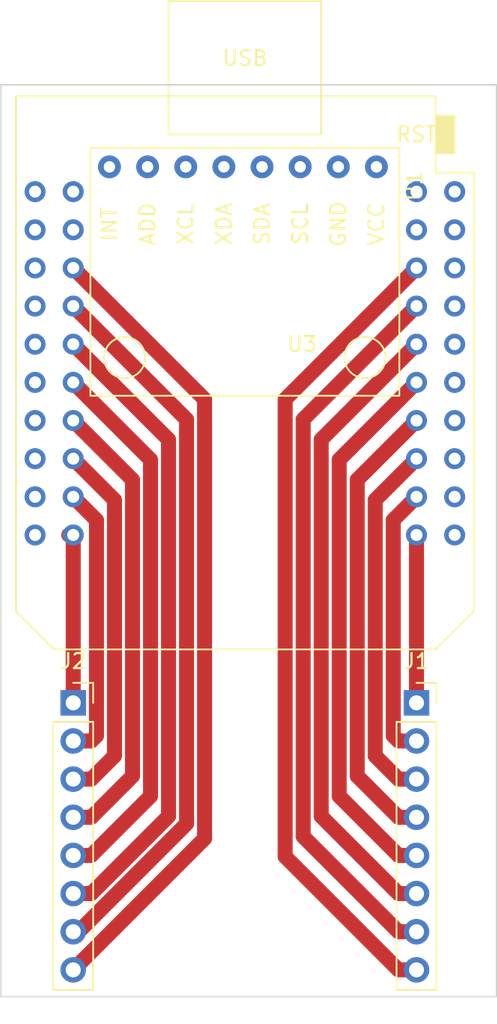
<source format=kicad_pcb>
(kicad_pcb (version 20211014) (generator pcbnew)
  (layers (0 "F.Cu" signal) (31 "B.Cu" signal) (34 "B.Paste" user) (35 "F.Paste" user) (36 "B.SilkS" user "B.Silkscreen") (37 "F.SilkS" user "F.Silkscreen") (38 "B.Mask" user) (39 "F.Mask" user) (44 "Edge.Cuts" user))
  (net 0 "")
  (net 27 "Net-(U3-Pad33)")
  (net 28 "Net-(U3-Pad25)")
  (net 29 "Net-(U3-Pad27)")
  (net 31 "Net-(U3-Pad21)")
  (net 32 "Net-(U3-Pad23)")
  (net 33 "Net-(U3-Pad29)")
  (net 34 "Net-(U3-Pad31)")
  (net 35 "Net-(U3-Pad35)")
  (net 36 "3V3")
  (net 37 "RST")
  (net 38 "SVP")
  (net 39 "IO26")
  (net 40 "IO18")
  (net 41 "IO19")
  (net 42 "IO23")
  (net 43 "IO05")
  (footprint "Connector_PinSocket_2.54mm:PinSocket_1x08_P2.54mm_Vertical" (layer "F.Cu") (at 100.076 108.712)
    (fp_text reference "J2" (at 0 -2.77) (layer "F.SilkS"))
    (fp_text value "Conn_01x08")
    (fp_line (start 1.33 1.27) (end 1.33 19.11) (layer "F.SilkS") (width 0.12))
    (fp_line (start 0 -1.33) (end 1.33 -1.33) (layer "F.SilkS") (width 0.12))
    (fp_line (start 1.33 -1.33) (end 1.33 0) (layer "F.SilkS") (width 0.12))
    (fp_line (start -1.33 1.27) (end 1.33 1.27) (layer "F.SilkS") (width 0.12))
    (fp_line (start -1.33 1.27) (end -1.33 19.11) (layer "F.SilkS") (width 0.12))
    (fp_line (start -1.33 19.11) (end 1.33 19.11) (layer "F.SilkS") (width 0.12))
    (pad "1" thru_hole rect (at 0 0) (size 1.7 1.7) (drill 1) (layers *.Cu *.Mask) (net 31 "Net-(U3-Pad21)"))
    (pad "2" thru_hole oval (at 0 2.54) (size 1.7 1.7) (drill 1) (layers *.Cu *.Mask) (net 32 "Net-(U3-Pad23)"))
    (pad "3" thru_hole oval (at 0 5.08) (size 1.7 1.7) (drill 1) (layers *.Cu *.Mask) (net 28 "Net-(U3-Pad25)"))
    (pad "4" thru_hole oval (at 0 7.62) (size 1.7 1.7) (drill 1) (layers *.Cu *.Mask) (net 29 "Net-(U3-Pad27)"))
    (pad "5" thru_hole oval (at 0 10.16) (size 1.7 1.7) (drill 1) (layers *.Cu *.Mask) (net 33 "Net-(U3-Pad29)"))
    (pad "6" thru_hole oval (at 0 12.7) (size 1.7 1.7) (drill 1) (layers *.Cu *.Mask) (net 34 "Net-(U3-Pad31)"))
    (pad "7" thru_hole oval (at 0 15.24) (size 1.7 1.7) (drill 1) (layers *.Cu *.Mask) (net 27 "Net-(U3-Pad33)"))
    (pad "8" thru_hole oval (at 0 17.78) (size 1.7 1.7) (drill 1) (layers *.Cu *.Mask) (net 35 "Net-(U3-Pad35)"))
  )
  (footprint "usini_sensors:module_mpu6050" (layer "F.Cu") (at 102.489 73.025 -90)
    (fp_text reference "U1" (at 1.27 -20.32 90) (layer "F.SilkS"))
    (fp_text value "module_mpu6050")
    (fp_text user "INT" (at 3.81 0 90) (layer "F.SilkS"))
    (fp_text user "GND" (at 3.81 -15.24 90) (layer "F.SilkS"))
    (fp_text user "ADD" (at 3.81 -2.54 90) (layer "F.SilkS"))
    (fp_text user "VCC" (at 3.81 -17.78 90) (layer "F.SilkS"))
    (fp_text user "XCL" (at 3.81 -5.08 90) (layer "F.SilkS"))
    (fp_text user "SCL" (at 3.81 -12.7 90) (layer "F.SilkS"))
    (fp_text user "SDA" (at 3.81 -10.16 90) (layer "F.SilkS"))
    (fp_text user "XDA" (at 3.81 -7.62 90) (layer "F.SilkS"))
    (fp_line (start 15.24 -19.304) (end 15.24 1.27) (layer "F.SilkS") (width 0.12))
    (fp_line (start -1.27 1.27) (end -1.27 -19.304) (layer "F.SilkS") (width 0.12))
    (fp_line (start 15.24 1.27) (end -1.27 1.27) (layer "F.SilkS") (width 0.12))
    (fp_line (start -1.27 -19.304) (end 15.24 -19.304) (layer "F.SilkS") (width 0.12))
    (fp_circle (center 12.7 -17.018) (end 13.208 -15.748) (layer "F.SilkS") (width 0.12) (fill none))
    (fp_circle (center 12.7 -1.016) (end 13.208 0.254) (layer "F.SilkS") (width 0.12) (fill none))
    (pad "1" thru_hole circle locked (at 0 -17.78 270) (size 1.524 1.524) (drill 0.762) (layers *.Cu *.Mask) (net 36 "3V3"))
    (pad "2" thru_hole circle locked (at 0 -15.24 270) (size 1.524 1.524) (drill 0.762) (layers *.Cu *.Mask) (net 27 "Net-(U3-Pad33)"))
    (pad "3" thru_hole circle locked (at 0 -12.7 270) (size 1.524 1.524) (drill 0.762) (layers *.Cu *.Mask) (net 28 "Net-(U3-Pad25)"))
    (pad "4" thru_hole circle locked (at 0 -10.16 270) (size 1.524 1.524) (drill 0.762) (layers *.Cu *.Mask) (net 29 "Net-(U3-Pad27)"))
    (pad "5" thru_hole circle locked (at 0 -7.62 270) (size 1.524 1.524) (drill 0.762) (layers *.Cu *.Mask))
    (pad "6" thru_hole circle locked (at 0 -5.08 270) (size 1.524 1.524) (drill 0.762) (layers *.Cu *.Mask))
    (pad "7" thru_hole circle locked (at 0 -2.54 270) (size 1.524 1.524) (drill 0.762) (layers *.Cu *.Mask))
    (pad "8" thru_hole circle locked (at 0 0 270) (size 1.524 1.524) (drill 0.762) (layers *.Cu *.Mask))
  )
  (footprint "ESP32_mini:ESP32_mini" (layer "F.Cu") (at 111.506 86.106 180)
    (fp_text reference "U3" (at -3.81 1.27) (layer "F.SilkS"))
    (fp_text value "mini_esp32")
    (fp_text user "USB" (at 0 20.32) (layer "F.SilkS"))
    (fp_text user "RST" (at -11.43 15.24) (layer "F.SilkS"))
    (fp_line (start 12.7 -19.05) (end 15.24 -16.51) (layer "F.SilkS") (width 0.12))
    (fp_line (start 15.24 -16.51) (end 15.24 17.78) (layer "F.SilkS") (width 0.12))
    (fp_line (start -5.08 17.78) (end -5.08 15.24) (layer "F.SilkS") (width 0.12))
    (fp_line (start -5.08 17.78) (end -5.08 24.13) (layer "F.SilkS") (width 0.12))
    (fp_line (start -15.24 -16.51) (end -15.24 12.7) (layer "F.SilkS") (width 0.12))
    (fp_line (start -12.7 -19.05) (end -15.24 -16.51) (layer "F.SilkS") (width 0.12))
    (fp_line (start -12.7 17.78) (end 15.24 17.78) (layer "F.SilkS") (width 0.12))
    (fp_line (start -12.7 -19.05) (end -11.43 -19.05) (layer "F.SilkS") (width 0.12))
    (fp_line (start -12.7 12.7) (end -12.7 17.78) (layer "F.SilkS") (width 0.12))
    (fp_line (start -5.08 24.13) (end 5.08 24.13) (layer "F.SilkS") (width 0.12))
    (fp_line (start -15.24 12.7) (end -12.7 12.7) (layer "F.SilkS") (width 0.12))
    (fp_line (start 5.08 24.13) (end 5.08 17.78) (layer "F.SilkS") (width 0.12))
    (fp_line (start 5.08 15.24) (end 5.08 17.78) (layer "F.SilkS") (width 0.12))
    (fp_line (start 12.7 -19.05) (end -11.43 -19.05) (layer "F.SilkS") (width 0.12))
    (fp_line (start -5.08 15.24) (end 5.08 15.24) (layer "F.SilkS") (width 0.12))
    (fp_poly (pts (xy -13.97 16.51) (xy -13.97 13.97) (xy -12.7 13.97) (xy -12.7 16.51)) (layer "F.SilkS") (width 0.1) (fill solid))
    (pad "1" thru_hole circle locked (at -13.97 -11.43 90) (size 1.4 1.4) (drill 0.8) (layers *.Cu *.Mask))
    (pad "2" thru_hole circle locked (at -11.43 -11.43 90) (size 1.4 1.4) (drill 0.8) (layers *.Cu *.Mask) (net 37 "RST"))
    (pad "3" thru_hole circle locked (at -13.97 -8.89 90) (size 1.4 1.4) (drill 0.8) (layers *.Cu *.Mask))
    (pad "4" thru_hole circle locked (at -11.43 -8.89 90) (size 1.4 1.4) (drill 0.8) (layers *.Cu *.Mask) (net 38 "SVP"))
    (pad "5" thru_hole circle locked (at -13.97 -6.35 90) (size 1.4 1.4) (drill 0.8) (layers *.Cu *.Mask))
    (pad "6" thru_hole circle locked (at -11.43 -6.35 90) (size 1.4 1.4) (drill 0.8) (layers *.Cu *.Mask) (net 39 "IO26"))
    (pad "7" thru_hole circle locked (at -13.97 -3.81 90) (size 1.4 1.4) (drill 0.8) (layers *.Cu *.Mask))
    (pad "8" thru_hole circle locked (at -11.43 -3.81 90) (size 1.4 1.4) (drill 0.8) (layers *.Cu *.Mask) (net 40 "IO18"))
    (pad "9" thru_hole circle locked (at -13.97 -1.27 90) (size 1.4 1.4) (drill 0.8) (layers *.Cu *.Mask))
    (pad "10" thru_hole circle locked (at -11.43 -1.27 90) (size 1.4 1.4) (drill 0.8) (layers *.Cu *.Mask) (net 41 "IO19"))
    (pad "11" thru_hole circle locked (at -13.97 1.27 90) (size 1.4 1.4) (drill 0.8) (layers *.Cu *.Mask))
    (pad "12" thru_hole circle locked (at -11.43 1.27 90) (size 1.4 1.4) (drill 0.8) (layers *.Cu *.Mask) (net 42 "IO23"))
    (pad "13" thru_hole circle locked (at -13.97 3.81 90) (size 1.4 1.4) (drill 0.8) (layers *.Cu *.Mask))
    (pad "14" thru_hole circle locked (at -11.43 3.81 90) (size 1.4 1.4) (drill 0.8) (layers *.Cu *.Mask) (net 43 "IO05"))
    (pad "15" thru_hole circle locked (at -13.97 6.35 90) (size 1.4 1.4) (drill 0.8) (layers *.Cu *.Mask))
    (pad "16" thru_hole circle locked (at -11.43 6.35 90) (size 1.4 1.4) (drill 0.8) (layers *.Cu *.Mask) (net 36 "3V3"))
    (pad "17" thru_hole circle locked (at -13.97 8.89 90) (size 1.4 1.4) (drill 0.8) (layers *.Cu *.Mask))
    (pad "18" thru_hole circle locked (at -11.43 8.89 90) (size 1.4 1.4) (drill 0.8) (layers *.Cu *.Mask))
    (pad "19" thru_hole circle locked (at -13.97 11.43 90) (size 1.4 1.4) (drill 0.8) (layers *.Cu *.Mask))
    (pad "20" thru_hole circle locked (at -11.43 11.43 90) (size 1.4 1.4) (drill 0.8) (layers *.Cu *.Mask))
    (pad "21" thru_hole circle locked (at 11.43 -11.43 90) (size 1.4 1.4) (drill 0.8) (layers *.Cu *.Mask) (net 31 "Net-(U3-Pad21)"))
    (pad "22" thru_hole circle locked (at 13.97 -11.43 90) (size 1.4 1.4) (drill 0.8) (layers *.Cu *.Mask))
    (pad "23" thru_hole circle locked (at 11.43 -8.89 90) (size 1.4 1.4) (drill 0.8) (layers *.Cu *.Mask) (net 32 "Net-(U3-Pad23)"))
    (pad "24" thru_hole circle locked (at 13.97 -8.89 90) (size 1.4 1.4) (drill 0.8) (layers *.Cu *.Mask))
    (pad "25" thru_hole circle locked (at 11.43 -6.35 90) (size 1.4 1.4) (drill 0.8) (layers *.Cu *.Mask) (net 28 "Net-(U3-Pad25)"))
    (pad "26" thru_hole circle locked (at 13.97 -6.35 90) (size 1.4 1.4) (drill 0.8) (layers *.Cu *.Mask))
    (pad "27" thru_hole circle locked (at 11.43 -3.81 90) (size 1.4 1.4) (drill 0.8) (layers *.Cu *.Mask) (net 29 "Net-(U3-Pad27)"))
    (pad "28" thru_hole circle locked (at 13.97 -3.81 90) (size 1.4 1.4) (drill 0.8) (layers *.Cu *.Mask))
    (pad "29" thru_hole circle locked (at 11.43 -1.27 90) (size 1.4 1.4) (drill 0.8) (layers *.Cu *.Mask) (net 33 "Net-(U3-Pad29)"))
    (pad "30" thru_hole circle locked (at 13.97 -1.27 90) (size 1.4 1.4) (drill 0.8) (layers *.Cu *.Mask))
    (pad "31" thru_hole circle locked (at 11.43 1.27 90) (size 1.4 1.4) (drill 0.8) (layers *.Cu *.Mask) (net 34 "Net-(U3-Pad31)"))
    (pad "32" thru_hole circle locked (at 13.97 1.27 90) (size 1.4 1.4) (drill 0.8) (layers *.Cu *.Mask))
    (pad "33" thru_hole circle locked (at 11.43 3.81 90) (size 1.4 1.4) (drill 0.8) (layers *.Cu *.Mask) (net 27 "Net-(U3-Pad33)"))
    (pad "34" thru_hole circle locked (at 13.97 3.81 90) (size 1.4 1.4) (drill 0.8) (layers *.Cu *.Mask))
    (pad "35" thru_hole circle locked (at 11.43 6.35 90) (size 1.4 1.4) (drill 0.8) (layers *.Cu *.Mask) (net 35 "Net-(U3-Pad35)"))
    (pad "36" thru_hole circle locked (at 13.97 6.35 90) (size 1.4 1.4) (drill 0.8) (layers *.Cu *.Mask))
    (pad "37" thru_hole circle locked (at 11.43 8.89 90) (size 1.4 1.4) (drill 0.8) (layers *.Cu *.Mask))
    (pad "38" thru_hole circle locked (at 13.97 8.89 90) (size 1.4 1.4) (drill 0.8) (layers *.Cu *.Mask))
    (pad "39" thru_hole circle locked (at 11.43 11.43 90) (size 1.4 1.4) (drill 0.8) (layers *.Cu *.Mask))
    (pad "40" thru_hole circle locked (at 13.97 11.43 90) (size 1.4 1.4) (drill 0.8) (layers *.Cu *.Mask))
  )
  (footprint "Connector_PinSocket_2.54mm:PinSocket_1x08_P2.54mm_Vertical" (layer "F.Cu") (at 122.936 108.712)
    (fp_text reference "J1" (at 0 -2.77) (layer "F.SilkS"))
    (fp_text value "Conn_01x08")
    (fp_line (start -1.33 1.27) (end 1.33 1.27) (layer "F.SilkS") (width 0.12))
    (fp_line (start -1.33 19.11) (end 1.33 19.11) (layer "F.SilkS") (width 0.12))
    (fp_line (start 1.33 -1.33) (end 1.33 0) (layer "F.SilkS") (width 0.12))
    (fp_line (start 1.33 1.27) (end 1.33 19.11) (layer "F.SilkS") (width 0.12))
    (fp_line (start -1.33 1.27) (end -1.33 19.11) (layer "F.SilkS") (width 0.12))
    (fp_line (start 0 -1.33) (end 1.33 -1.33) (layer "F.SilkS") (width 0.12))
    (pad "1" thru_hole rect (at 0 0) (size 1.7 1.7) (drill 1) (layers *.Cu *.Mask) (net 37 "RST"))
    (pad "2" thru_hole oval (at 0 2.54) (size 1.7 1.7) (drill 1) (layers *.Cu *.Mask) (net 38 "SVP"))
    (pad "3" thru_hole oval (at 0 5.08) (size 1.7 1.7) (drill 1) (layers *.Cu *.Mask) (net 39 "IO26"))
    (pad "4" thru_hole oval (at 0 7.62) (size 1.7 1.7) (drill 1) (layers *.Cu *.Mask) (net 40 "IO18"))
    (pad "5" thru_hole oval (at 0 10.16) (size 1.7 1.7) (drill 1) (layers *.Cu *.Mask) (net 41 "IO19"))
    (pad "6" thru_hole oval (at 0 12.7) (size 1.7 1.7) (drill 1) (layers *.Cu *.Mask) (net 42 "IO23"))
    (pad "7" thru_hole oval (at 0 15.24) (size 1.7 1.7) (drill 1) (layers *.Cu *.Mask) (net 43 "IO05"))
    (pad "8" thru_hole oval (at 0 17.78) (size 1.7 1.7) (drill 1) (layers *.Cu *.Mask) (net 36 "3V3"))
  )
  (gr_rect (start 95.25 67.564) (end 128.27 128.27) (layer "Edge.Cuts") (width 0.1) (fill none))
  (segment (start 100.076 123.952) (end 100.434458 123.952) (width 1) (layer "F.Cu") (net 27))
  (segment (start 107.623111 116.763347) (end 107.623111 89.843111) (width 1) (layer "F.Cu") (net 27))
  (segment (start 107.623111 89.843111) (end 100.076 82.296) (width 1) (layer "F.Cu") (net 27))
  (segment (start 100.434458 123.952) (end 107.623111 116.763347) (width 1) (layer "F.Cu") (net 27))
  (segment (start 102.825031 95.205031) (end 100.076 92.456) (width 1) (layer "F.Cu") (net 28))
  (segment (start 100.076 113.792) (end 101.278081 113.792) (width 1) (layer "F.Cu") (net 28))
  (segment (start 102.825031 112.24505) (end 102.825031 95.205031) (width 1) (layer "F.Cu") (net 28))
  (segment (start 101.278081 113.792) (end 102.825031 112.24505) (width 1) (layer "F.Cu") (net 28))
  (segment (start 104.024551 93.864551) (end 100.076 89.916) (width 1) (layer "F.Cu") (net 29))
  (segment (start 101.278081 116.332) (end 104.024551 113.58553) (width 1) (layer "F.Cu") (net 29))
  (segment (start 104.024551 113.58553) (end 104.024551 93.864551) (width 1) (layer "F.Cu") (net 29))
  (segment (start 100.076 116.332) (end 101.278081 116.332) (width 1) (layer "F.Cu") (net 29))
  (segment (start 100.076 97.536) (end 99.779134 97.536) (width 1) (layer "F.Cu") (net 31))
  (segment (start 100.076 108.712) (end 100.076 97.536) (width 1) (layer "F.Cu") (net 31))
  (segment (start 101.278081 111.252) (end 101.625511 110.90457) (width 1) (layer "F.Cu") (net 32))
  (segment (start 101.625511 96.545511) (end 100.076 94.996) (width 1) (layer "F.Cu") (net 32))
  (segment (start 100.076 111.252) (end 101.278081 111.252) (width 1) (layer "F.Cu") (net 32))
  (segment (start 101.625511 110.90457) (end 101.625511 96.545511) (width 1) (layer "F.Cu") (net 32))
  (segment (start 105.224071 114.92601) (end 105.224071 92.524071) (width 1) (layer "F.Cu") (net 33))
  (segment (start 101.278081 118.872) (end 105.224071 114.92601) (width 1) (layer "F.Cu") (net 33))
  (segment (start 100.076 118.872) (end 101.278081 118.872) (width 1) (layer "F.Cu") (net 33))
  (segment (start 105.224071 92.524071) (end 100.076 87.376) (width 1) (layer "F.Cu") (net 33))
  (segment (start 106.423591 116.26649) (end 106.423591 91.183591) (width 1) (layer "F.Cu") (net 34))
  (segment (start 100.076 121.412) (end 101.278081 121.412) (width 1) (layer "F.Cu") (net 34))
  (segment (start 101.278081 121.412) (end 106.423591 116.26649) (width 1) (layer "F.Cu") (net 34))
  (segment (start 106.423591 91.183591) (end 100.076 84.836) (width 1) (layer "F.Cu") (net 34))
  (segment (start 108.822631 88.502631) (end 108.822631 117.745369) (width 1) (layer "F.Cu") (net 35))
  (segment (start 100.076 79.756) (end 108.822631 88.502631) (width 1) (layer "F.Cu") (net 35))
  (segment (start 108.822631 117.745369) (end 100.076 126.492) (width 1) (layer "F.Cu") (net 35))
  (segment (start 121.733919 126.492) (end 114.189369 118.94745) (width 1) (layer "F.Cu") (net 36))
  (segment (start 114.189369 118.94745) (end 114.189369 88.502631) (width 1) (layer "F.Cu") (net 36))
  (segment (start 122.936 126.492) (end 121.733919 126.492) (width 1) (layer "F.Cu") (net 36))
  (segment (start 114.189369 88.502631) (end 122.936 79.756) (width 1) (layer "F.Cu") (net 36))
  (segment (start 122.936 108.712) (end 122.936 97.536) (width 1) (layer "F.Cu") (net 37))
  (segment (start 122.936 111.252) (end 121.733919 111.252) (width 1) (layer "F.Cu") (net 38))
  (segment (start 121.733919 111.252) (end 121.386489 110.90457) (width 1) (layer "F.Cu") (net 38))
  (segment (start 121.386489 96.545511) (end 122.936 94.996) (width 1) (layer "F.Cu") (net 38))
  (segment (start 121.386489 110.90457) (end 121.386489 96.545511) (width 1) (layer "F.Cu") (net 38))
  (segment (start 122.936 113.792) (end 121.733919 113.792) (width 1) (layer "F.Cu") (net 39))
  (segment (start 120.186969 112.24505) (end 120.186969 95.205031) (width 1) (layer "F.Cu") (net 39))
  (segment (start 121.733919 113.792) (end 120.186969 112.24505) (width 1) (layer "F.Cu") (net 39))
  (segment (start 120.186969 95.205031) (end 122.936 92.456) (width 1) (layer "F.Cu") (net 39))
  (segment (start 122.936 116.332) (end 121.733919 116.332) (width 1) (layer "F.Cu") (net 40))
  (segment (start 118.987449 113.58553) (end 118.987449 93.864551) (width 1) (layer "F.Cu") (net 40))
  (segment (start 121.733919 116.332) (end 118.987449 113.58553) (width 1) (layer "F.Cu") (net 40))
  (segment (start 118.987449 93.864551) (end 122.936 89.916) (width 1) (layer "F.Cu") (net 40))
  (segment (start 117.787929 92.524071) (end 122.936 87.376) (width 1) (layer "F.Cu") (net 41))
  (segment (start 122.936 118.872) (end 121.733919 118.872) (width 1) (layer "F.Cu") (net 41))
  (segment (start 121.733919 118.872) (end 117.787929 114.92601) (width 1) (layer "F.Cu") (net 41))
  (segment (start 117.787929 114.92601) (end 117.787929 92.524071) (width 1) (layer "F.Cu") (net 41))
  (segment (start 122.936 121.412) (end 121.733919 121.412) (width 1) (layer "F.Cu") (net 42))
  (segment (start 116.588409 91.183591) (end 122.936 84.836) (width 1) (layer "F.Cu") (net 42))
  (segment (start 116.588409 116.26649) (end 116.588409 91.183591) (width 1) (layer "F.Cu") (net 42))
  (segment (start 121.733919 121.412) (end 116.588409 116.26649) (width 1) (layer "F.Cu") (net 42))
  (segment (start 122.936 123.952) (end 121.733919 123.952) (width 1) (layer "F.Cu") (net 43))
  (segment (start 121.733919 123.952) (end 115.388889 117.60697) (width 1) (layer "F.Cu") (net 43))
  (segment (start 115.388889 89.843111) (end 122.936 82.296) (width 1) (layer "F.Cu") (net 43))
  (segment (start 115.388889 117.60697) (end 115.388889 89.843111) (width 1) (layer "F.Cu") (net 43))
)
</source>
